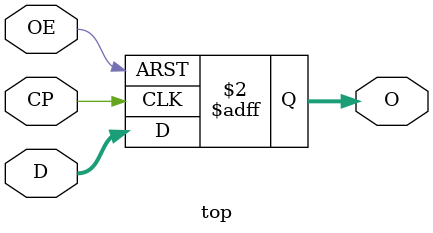
<source format=v>

module top (	input wire[7:0] D,	//D inputs
				input wire OE,		//Enable (if 0)
				input wire CP,		//clock
				output reg[7:0] O);	//O outputs
				
	always@(posedge CP or posedge OE)
		begin
			if(OE)	//OE == 1, O == z
				begin
					O = 8'bzzzz_zzzz;
				end
			else
				begin
					O = D;
				end
		end

endmodule
			

</source>
